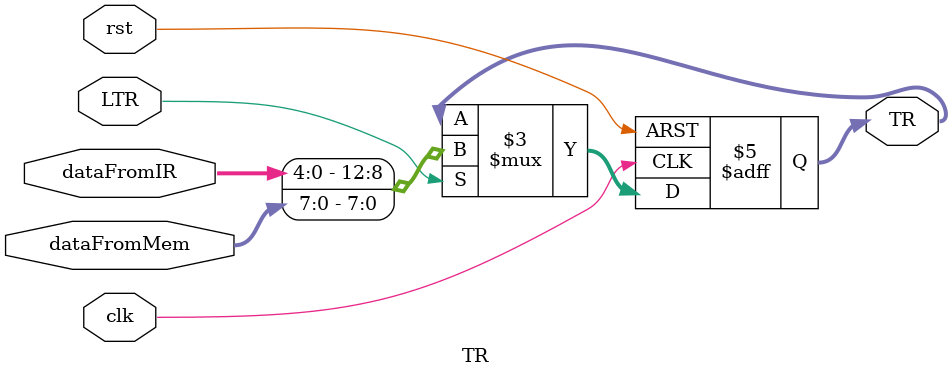
<source format=v>
module TR(input clk, rst, input LTR, input [4:0] dataFromIR,  input[7:0] dataFromMem, output reg [12:0] TR);
  always@(posedge clk, posedge rst) begin
    if(rst)
      TR <= 13'b0;
    else
      if(LTR)
        TR <= {dataFromIR, dataFromMem};
      else
        TR <= TR;
  end
endmodule 


</source>
